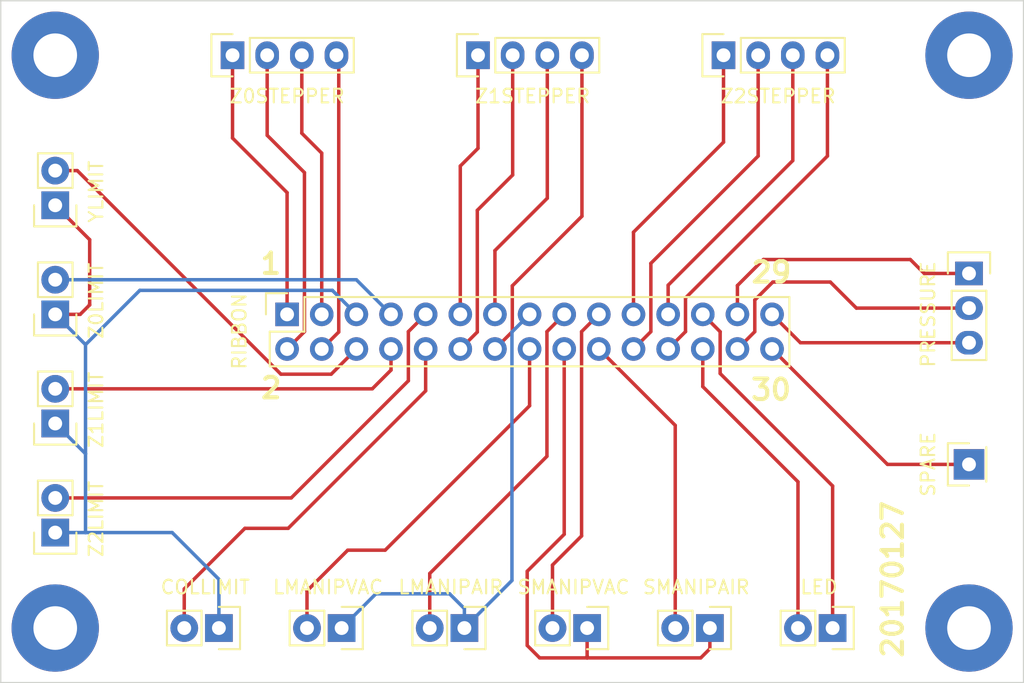
<source format=kicad_pcb>
(kicad_pcb (version 4) (host pcbnew "(2015-01-16 BZR 5376)-product")

  (general
    (links 36)
    (no_connects 0)
    (area 27.118619 37.721 107.881381 92.129)
    (thickness 1.6)
    (drawings 9)
    (tracks 131)
    (zones 0)
    (modules 20)
    (nets 35)
  )

  (page A4)
  (layers
    (0 F.Cu signal)
    (31 B.Cu signal)
    (32 B.Adhes user)
    (33 F.Adhes user)
    (34 B.Paste user)
    (35 F.Paste user)
    (36 B.SilkS user)
    (37 F.SilkS user)
    (38 B.Mask user)
    (39 F.Mask user)
    (40 Dwgs.User user)
    (41 Cmts.User user)
    (42 Eco1.User user)
    (43 Eco2.User user)
    (44 Edge.Cuts user)
    (45 Margin user)
    (46 B.CrtYd user)
    (47 F.CrtYd user)
    (48 B.Fab user)
    (49 F.Fab user)
  )

  (setup
    (last_trace_width 0.254)
    (trace_clearance 0.254)
    (zone_clearance 0.508)
    (zone_45_only no)
    (trace_min 0.254)
    (segment_width 0.2)
    (edge_width 0.1)
    (via_size 0.889)
    (via_drill 0.635)
    (via_min_size 0.889)
    (via_min_drill 0.508)
    (uvia_size 0.508)
    (uvia_drill 0.127)
    (uvias_allowed no)
    (uvia_min_size 0.508)
    (uvia_min_drill 0.127)
    (pcb_text_width 0.3)
    (pcb_text_size 1.5 1.5)
    (mod_edge_width 0.15)
    (mod_text_size 1 1)
    (mod_text_width 0.15)
    (pad_size 1.5 1.5)
    (pad_drill 0.6)
    (pad_to_mask_clearance 0)
    (aux_axis_origin 0 0)
    (visible_elements 7FFFFF7F)
    (pcbplotparams
      (layerselection 0x00030_80000001)
      (usegerberextensions false)
      (excludeedgelayer true)
      (linewidth 0.100000)
      (plotframeref false)
      (viasonmask false)
      (mode 1)
      (useauxorigin false)
      (hpglpennumber 1)
      (hpglpenspeed 20)
      (hpglpendiameter 15)
      (hpglpenoverlay 2)
      (psnegative false)
      (psa4output false)
      (plotreference true)
      (plotvalue true)
      (plotinvisibletext false)
      (padsonsilk false)
      (subtractmaskfromsilk false)
      (outputformat 1)
      (mirror false)
      (drillshape 1)
      (scaleselection 1)
      (outputdirectory ""))
  )

  (net 0 "")
  (net 1 /SwitchGrounds)
  (net 2 /YLimit)
  (net 3 /Z0Stepper0)
  (net 4 /Z0Stepper1)
  (net 5 /Z0Stepper2)
  (net 6 /Z0Stepper3)
  (net 7 /LManipGrounds)
  (net 8 /LManipVac)
  (net 9 /Z0Limit)
  (net 10 /Z1Limit)
  (net 11 /Z2Limit)
  (net 12 /CollisionLimit)
  (net 13 /Z1Stepper0)
  (net 14 /Z1Stepper1)
  (net 15 /Z1Stepper2)
  (net 16 /Z1Stepper3)
  (net 17 /LManipAir)
  (net 18 /SManipGrounds)
  (net 19 /SManipVac)
  (net 20 /SManipAir)
  (net 21 /Z2Stepper0)
  (net 22 /Z2Stepper1)
  (net 23 /Z2Stepper2)
  (net 24 /Z2Stepper3)
  (net 25 /LEDGND)
  (net 26 /LEDVCC)
  (net 27 /PressureGND)
  (net 28 /PressureVCC)
  (net 29 /PressureSignal)
  (net 30 "Net-(P14-Pad1)")
  (net 31 "Net-(P17-Pad1)")
  (net 32 "Net-(P18-Pad1)")
  (net 33 "Net-(P19-Pad1)")
  (net 34 "Net-(P20-Pad1)")

  (net_class Default "This is the default net class."
    (clearance 0.254)
    (trace_width 0.254)
    (via_dia 0.889)
    (via_drill 0.635)
    (uvia_dia 0.508)
    (uvia_drill 0.127)
    (add_net /CollisionLimit)
    (add_net /LEDGND)
    (add_net /LEDVCC)
    (add_net /LManipAir)
    (add_net /LManipGrounds)
    (add_net /LManipVac)
    (add_net /PressureGND)
    (add_net /PressureSignal)
    (add_net /PressureVCC)
    (add_net /SManipAir)
    (add_net /SManipGrounds)
    (add_net /SManipVac)
    (add_net /SwitchGrounds)
    (add_net /YLimit)
    (add_net /Z0Limit)
    (add_net /Z0Stepper0)
    (add_net /Z0Stepper1)
    (add_net /Z0Stepper2)
    (add_net /Z0Stepper3)
    (add_net /Z1Limit)
    (add_net /Z1Stepper0)
    (add_net /Z1Stepper1)
    (add_net /Z1Stepper2)
    (add_net /Z1Stepper3)
    (add_net /Z2Limit)
    (add_net /Z2Stepper0)
    (add_net /Z2Stepper1)
    (add_net /Z2Stepper2)
    (add_net /Z2Stepper3)
    (add_net "Net-(P14-Pad1)")
    (add_net "Net-(P17-Pad1)")
    (add_net "Net-(P18-Pad1)")
    (add_net "Net-(P19-Pad1)")
    (add_net "Net-(P20-Pad1)")
  )

  (module Socket_Strips:Socket_Strip_Straight_1x02 (layer F.Cu) (tedit 588BD847) (tstamp 588BCE4C)
    (at 34 55 90)
    (descr "Through hole socket strip")
    (tags "socket strip")
    (path /588BCD0D)
    (fp_text reference P1 (at 0 -5.1 90) (layer F.SilkS) hide
      (effects (font (size 1 1) (thickness 0.15)))
    )
    (fp_text value YLIMIT (at 1 3 90) (layer F.SilkS)
      (effects (font (size 1 1) (thickness 0.15)))
    )
    (fp_line (start -1.55 1.55) (end 0 1.55) (layer F.SilkS) (width 0.15))
    (fp_line (start 3.81 1.27) (end 1.27 1.27) (layer F.SilkS) (width 0.15))
    (fp_line (start -1.75 -1.75) (end -1.75 1.75) (layer F.CrtYd) (width 0.05))
    (fp_line (start 4.3 -1.75) (end 4.3 1.75) (layer F.CrtYd) (width 0.05))
    (fp_line (start -1.75 -1.75) (end 4.3 -1.75) (layer F.CrtYd) (width 0.05))
    (fp_line (start -1.75 1.75) (end 4.3 1.75) (layer F.CrtYd) (width 0.05))
    (fp_line (start 1.27 1.27) (end 1.27 -1.27) (layer F.SilkS) (width 0.15))
    (fp_line (start 0 -1.55) (end -1.55 -1.55) (layer F.SilkS) (width 0.15))
    (fp_line (start -1.55 -1.55) (end -1.55 1.55) (layer F.SilkS) (width 0.15))
    (fp_line (start 1.27 -1.27) (end 3.81 -1.27) (layer F.SilkS) (width 0.15))
    (fp_line (start 3.81 -1.27) (end 3.81 1.27) (layer F.SilkS) (width 0.15))
    (pad 1 thru_hole rect (at 0 0 90) (size 2.032 2.032) (drill 1.016) (layers *.Cu *.Mask)
      (net 1 /SwitchGrounds))
    (pad 2 thru_hole oval (at 2.54 0 90) (size 2.032 2.032) (drill 1.016) (layers *.Cu *.Mask)
      (net 2 /YLimit))
    (model Socket_Strips.3dshapes/Socket_Strip_Straight_1x02.wrl
      (at (xyz 0.05 0 0))
      (scale (xyz 1 1 1))
      (rotate (xyz 0 0 180))
    )
  )

  (module Socket_Strips:Socket_Strip_Straight_1x04 (layer F.Cu) (tedit 588BD80B) (tstamp 588BCE54)
    (at 47 44)
    (descr "Through hole socket strip")
    (tags "socket strip")
    (path /588BCB50)
    (fp_text reference P2 (at 0 -5.1) (layer F.SilkS) hide
      (effects (font (size 1 1) (thickness 0.15)))
    )
    (fp_text value Z0STEPPER (at 4 3) (layer F.SilkS)
      (effects (font (size 1 1) (thickness 0.15)))
    )
    (fp_line (start -1.75 -1.75) (end -1.75 1.75) (layer F.CrtYd) (width 0.05))
    (fp_line (start 9.4 -1.75) (end 9.4 1.75) (layer F.CrtYd) (width 0.05))
    (fp_line (start -1.75 -1.75) (end 9.4 -1.75) (layer F.CrtYd) (width 0.05))
    (fp_line (start -1.75 1.75) (end 9.4 1.75) (layer F.CrtYd) (width 0.05))
    (fp_line (start 1.27 -1.27) (end 8.89 -1.27) (layer F.SilkS) (width 0.15))
    (fp_line (start 1.27 1.27) (end 8.89 1.27) (layer F.SilkS) (width 0.15))
    (fp_line (start -1.55 1.55) (end 0 1.55) (layer F.SilkS) (width 0.15))
    (fp_line (start 8.89 -1.27) (end 8.89 1.27) (layer F.SilkS) (width 0.15))
    (fp_line (start 1.27 1.27) (end 1.27 -1.27) (layer F.SilkS) (width 0.15))
    (fp_line (start 0 -1.55) (end -1.55 -1.55) (layer F.SilkS) (width 0.15))
    (fp_line (start -1.55 -1.55) (end -1.55 1.55) (layer F.SilkS) (width 0.15))
    (pad 1 thru_hole rect (at 0 0) (size 1.7272 2.032) (drill 1.016) (layers *.Cu *.Mask)
      (net 3 /Z0Stepper0))
    (pad 2 thru_hole oval (at 2.54 0) (size 1.7272 2.032) (drill 1.016) (layers *.Cu *.Mask)
      (net 4 /Z0Stepper1))
    (pad 3 thru_hole oval (at 5.08 0) (size 1.7272 2.032) (drill 1.016) (layers *.Cu *.Mask)
      (net 5 /Z0Stepper2))
    (pad 4 thru_hole oval (at 7.62 0) (size 1.7272 2.032) (drill 1.016) (layers *.Cu *.Mask)
      (net 6 /Z0Stepper3))
    (model Socket_Strips.3dshapes/Socket_Strip_Straight_1x04.wrl
      (at (xyz 0.15 0 0))
      (scale (xyz 1 1 1))
      (rotate (xyz 0 0 180))
    )
  )

  (module Socket_Strips:Socket_Strip_Straight_1x02 (layer F.Cu) (tedit 588BD833) (tstamp 588BD08F)
    (at 55 86 180)
    (descr "Through hole socket strip")
    (tags "socket strip")
    (path /588BD66A)
    (fp_text reference P3 (at 0 -5.1 180) (layer F.SilkS) hide
      (effects (font (size 1 1) (thickness 0.15)))
    )
    (fp_text value LMANIPVAC (at 1 3 180) (layer F.SilkS)
      (effects (font (size 1 1) (thickness 0.15)))
    )
    (fp_line (start -1.55 1.55) (end 0 1.55) (layer F.SilkS) (width 0.15))
    (fp_line (start 3.81 1.27) (end 1.27 1.27) (layer F.SilkS) (width 0.15))
    (fp_line (start -1.75 -1.75) (end -1.75 1.75) (layer F.CrtYd) (width 0.05))
    (fp_line (start 4.3 -1.75) (end 4.3 1.75) (layer F.CrtYd) (width 0.05))
    (fp_line (start -1.75 -1.75) (end 4.3 -1.75) (layer F.CrtYd) (width 0.05))
    (fp_line (start -1.75 1.75) (end 4.3 1.75) (layer F.CrtYd) (width 0.05))
    (fp_line (start 1.27 1.27) (end 1.27 -1.27) (layer F.SilkS) (width 0.15))
    (fp_line (start 0 -1.55) (end -1.55 -1.55) (layer F.SilkS) (width 0.15))
    (fp_line (start -1.55 -1.55) (end -1.55 1.55) (layer F.SilkS) (width 0.15))
    (fp_line (start 1.27 -1.27) (end 3.81 -1.27) (layer F.SilkS) (width 0.15))
    (fp_line (start 3.81 -1.27) (end 3.81 1.27) (layer F.SilkS) (width 0.15))
    (pad 1 thru_hole rect (at 0 0 180) (size 2.032 2.032) (drill 1.016) (layers *.Cu *.Mask)
      (net 7 /LManipGrounds))
    (pad 2 thru_hole oval (at 2.54 0 180) (size 2.032 2.032) (drill 1.016) (layers *.Cu *.Mask)
      (net 8 /LManipVac))
    (model Socket_Strips.3dshapes/Socket_Strip_Straight_1x02.wrl
      (at (xyz 0.05 0 0))
      (scale (xyz 1 1 1))
      (rotate (xyz 0 0 180))
    )
  )

  (module Socket_Strips:Socket_Strip_Straight_1x02 (layer F.Cu) (tedit 588BD84A) (tstamp 588BCE60)
    (at 34 63 90)
    (descr "Through hole socket strip")
    (tags "socket strip")
    (path /588BCE8C)
    (fp_text reference P4 (at 0 -5.1 90) (layer F.SilkS) hide
      (effects (font (size 1 1) (thickness 0.15)))
    )
    (fp_text value Z0LIMIT (at 1 3 90) (layer F.SilkS)
      (effects (font (size 1 1) (thickness 0.15)))
    )
    (fp_line (start -1.55 1.55) (end 0 1.55) (layer F.SilkS) (width 0.15))
    (fp_line (start 3.81 1.27) (end 1.27 1.27) (layer F.SilkS) (width 0.15))
    (fp_line (start -1.75 -1.75) (end -1.75 1.75) (layer F.CrtYd) (width 0.05))
    (fp_line (start 4.3 -1.75) (end 4.3 1.75) (layer F.CrtYd) (width 0.05))
    (fp_line (start -1.75 -1.75) (end 4.3 -1.75) (layer F.CrtYd) (width 0.05))
    (fp_line (start -1.75 1.75) (end 4.3 1.75) (layer F.CrtYd) (width 0.05))
    (fp_line (start 1.27 1.27) (end 1.27 -1.27) (layer F.SilkS) (width 0.15))
    (fp_line (start 0 -1.55) (end -1.55 -1.55) (layer F.SilkS) (width 0.15))
    (fp_line (start -1.55 -1.55) (end -1.55 1.55) (layer F.SilkS) (width 0.15))
    (fp_line (start 1.27 -1.27) (end 3.81 -1.27) (layer F.SilkS) (width 0.15))
    (fp_line (start 3.81 -1.27) (end 3.81 1.27) (layer F.SilkS) (width 0.15))
    (pad 1 thru_hole rect (at 0 0 90) (size 2.032 2.032) (drill 1.016) (layers *.Cu *.Mask)
      (net 1 /SwitchGrounds))
    (pad 2 thru_hole oval (at 2.54 0 90) (size 2.032 2.032) (drill 1.016) (layers *.Cu *.Mask)
      (net 9 /Z0Limit))
    (model Socket_Strips.3dshapes/Socket_Strip_Straight_1x02.wrl
      (at (xyz 0.05 0 0))
      (scale (xyz 1 1 1))
      (rotate (xyz 0 0 180))
    )
  )

  (module Socket_Strips:Socket_Strip_Straight_2x15 (layer F.Cu) (tedit 588BD844) (tstamp 588BCE82)
    (at 51 63)
    (descr "Through hole socket strip")
    (tags "socket strip")
    (path /588BC35E)
    (fp_text reference P5 (at 0 -5.1) (layer F.SilkS) hide
      (effects (font (size 1 1) (thickness 0.15)))
    )
    (fp_text value RIBBON (at -3.5 1.25 90) (layer F.SilkS)
      (effects (font (size 1 1) (thickness 0.15)))
    )
    (fp_line (start -1.75 -1.75) (end -1.75 4.3) (layer F.CrtYd) (width 0.05))
    (fp_line (start 37.35 -1.75) (end 37.35 4.3) (layer F.CrtYd) (width 0.05))
    (fp_line (start -1.75 -1.75) (end 37.35 -1.75) (layer F.CrtYd) (width 0.05))
    (fp_line (start -1.75 4.3) (end 37.35 4.3) (layer F.CrtYd) (width 0.05))
    (fp_line (start 36.83 3.81) (end -1.27 3.81) (layer F.SilkS) (width 0.15))
    (fp_line (start 1.27 -1.27) (end 36.83 -1.27) (layer F.SilkS) (width 0.15))
    (fp_line (start 36.83 3.81) (end 36.83 -1.27) (layer F.SilkS) (width 0.15))
    (fp_line (start -1.27 3.81) (end -1.27 1.27) (layer F.SilkS) (width 0.15))
    (fp_line (start 0 -1.55) (end -1.55 -1.55) (layer F.SilkS) (width 0.15))
    (fp_line (start -1.27 1.27) (end 1.27 1.27) (layer F.SilkS) (width 0.15))
    (fp_line (start 1.27 1.27) (end 1.27 -1.27) (layer F.SilkS) (width 0.15))
    (fp_line (start -1.55 -1.55) (end -1.55 0) (layer F.SilkS) (width 0.15))
    (pad 1 thru_hole rect (at 0 0) (size 1.7272 1.7272) (drill 1.016) (layers *.Cu *.Mask)
      (net 3 /Z0Stepper0))
    (pad 2 thru_hole oval (at 0 2.54) (size 1.7272 1.7272) (drill 1.016) (layers *.Cu *.Mask)
      (net 4 /Z0Stepper1))
    (pad 3 thru_hole oval (at 2.54 0) (size 1.7272 1.7272) (drill 1.016) (layers *.Cu *.Mask)
      (net 5 /Z0Stepper2))
    (pad 4 thru_hole oval (at 2.54 2.54) (size 1.7272 1.7272) (drill 1.016) (layers *.Cu *.Mask)
      (net 6 /Z0Stepper3))
    (pad 5 thru_hole oval (at 5.08 0) (size 1.7272 1.7272) (drill 1.016) (layers *.Cu *.Mask)
      (net 1 /SwitchGrounds))
    (pad 6 thru_hole oval (at 5.08 2.54) (size 1.7272 1.7272) (drill 1.016) (layers *.Cu *.Mask)
      (net 2 /YLimit))
    (pad 7 thru_hole oval (at 7.62 0) (size 1.7272 1.7272) (drill 1.016) (layers *.Cu *.Mask)
      (net 9 /Z0Limit))
    (pad 8 thru_hole oval (at 7.62 2.54) (size 1.7272 1.7272) (drill 1.016) (layers *.Cu *.Mask)
      (net 10 /Z1Limit))
    (pad 9 thru_hole oval (at 10.16 0) (size 1.7272 1.7272) (drill 1.016) (layers *.Cu *.Mask)
      (net 11 /Z2Limit))
    (pad 10 thru_hole oval (at 10.16 2.54) (size 1.7272 1.7272) (drill 1.016) (layers *.Cu *.Mask)
      (net 12 /CollisionLimit))
    (pad 11 thru_hole oval (at 12.7 0) (size 1.7272 1.7272) (drill 1.016) (layers *.Cu *.Mask)
      (net 13 /Z1Stepper0))
    (pad 12 thru_hole oval (at 12.7 2.54) (size 1.7272 1.7272) (drill 1.016) (layers *.Cu *.Mask)
      (net 14 /Z1Stepper1))
    (pad 13 thru_hole oval (at 15.24 0) (size 1.7272 1.7272) (drill 1.016) (layers *.Cu *.Mask)
      (net 15 /Z1Stepper2))
    (pad 14 thru_hole oval (at 15.24 2.54) (size 1.7272 1.7272) (drill 1.016) (layers *.Cu *.Mask)
      (net 16 /Z1Stepper3))
    (pad 15 thru_hole oval (at 17.78 0) (size 1.7272 1.7272) (drill 1.016) (layers *.Cu *.Mask)
      (net 7 /LManipGrounds))
    (pad 16 thru_hole oval (at 17.78 2.54) (size 1.7272 1.7272) (drill 1.016) (layers *.Cu *.Mask)
      (net 8 /LManipVac))
    (pad 17 thru_hole oval (at 20.32 0) (size 1.7272 1.7272) (drill 1.016) (layers *.Cu *.Mask)
      (net 17 /LManipAir))
    (pad 18 thru_hole oval (at 20.32 2.54) (size 1.7272 1.7272) (drill 1.016) (layers *.Cu *.Mask)
      (net 18 /SManipGrounds))
    (pad 19 thru_hole oval (at 22.86 0) (size 1.7272 1.7272) (drill 1.016) (layers *.Cu *.Mask)
      (net 19 /SManipVac))
    (pad 20 thru_hole oval (at 22.86 2.54) (size 1.7272 1.7272) (drill 1.016) (layers *.Cu *.Mask)
      (net 20 /SManipAir))
    (pad 21 thru_hole oval (at 25.4 0) (size 1.7272 1.7272) (drill 1.016) (layers *.Cu *.Mask)
      (net 21 /Z2Stepper0))
    (pad 22 thru_hole oval (at 25.4 2.54) (size 1.7272 1.7272) (drill 1.016) (layers *.Cu *.Mask)
      (net 22 /Z2Stepper1))
    (pad 23 thru_hole oval (at 27.94 0) (size 1.7272 1.7272) (drill 1.016) (layers *.Cu *.Mask)
      (net 23 /Z2Stepper2))
    (pad 24 thru_hole oval (at 27.94 2.54) (size 1.7272 1.7272) (drill 1.016) (layers *.Cu *.Mask)
      (net 24 /Z2Stepper3))
    (pad 25 thru_hole oval (at 30.48 0) (size 1.7272 1.7272) (drill 1.016) (layers *.Cu *.Mask)
      (net 25 /LEDGND))
    (pad 26 thru_hole oval (at 30.48 2.54) (size 1.7272 1.7272) (drill 1.016) (layers *.Cu *.Mask)
      (net 26 /LEDVCC))
    (pad 27 thru_hole oval (at 33.02 0) (size 1.7272 1.7272) (drill 1.016) (layers *.Cu *.Mask)
      (net 27 /PressureGND))
    (pad 28 thru_hole oval (at 33.02 2.54) (size 1.7272 1.7272) (drill 1.016) (layers *.Cu *.Mask)
      (net 28 /PressureVCC))
    (pad 29 thru_hole oval (at 35.56 0) (size 1.7272 1.7272) (drill 1.016) (layers *.Cu *.Mask)
      (net 29 /PressureSignal))
    (pad 30 thru_hole oval (at 35.56 2.54) (size 1.7272 1.7272) (drill 1.016) (layers *.Cu *.Mask)
      (net 30 "Net-(P14-Pad1)"))
    (model Socket_Strips.3dshapes/Socket_Strip_Straight_2x15.wrl
      (at (xyz 0.7 -0.05 0))
      (scale (xyz 1 1 1))
      (rotate (xyz 0 0 180))
    )
  )

  (module Socket_Strips:Socket_Strip_Straight_1x04 (layer F.Cu) (tedit 588BD80E) (tstamp 588BCE8A)
    (at 65 44)
    (descr "Through hole socket strip")
    (tags "socket strip")
    (path /588BCC52)
    (fp_text reference P6 (at 0 -5.1) (layer F.SilkS) hide
      (effects (font (size 1 1) (thickness 0.15)))
    )
    (fp_text value Z1STEPPER (at 4 3) (layer F.SilkS)
      (effects (font (size 1 1) (thickness 0.15)))
    )
    (fp_line (start -1.75 -1.75) (end -1.75 1.75) (layer F.CrtYd) (width 0.05))
    (fp_line (start 9.4 -1.75) (end 9.4 1.75) (layer F.CrtYd) (width 0.05))
    (fp_line (start -1.75 -1.75) (end 9.4 -1.75) (layer F.CrtYd) (width 0.05))
    (fp_line (start -1.75 1.75) (end 9.4 1.75) (layer F.CrtYd) (width 0.05))
    (fp_line (start 1.27 -1.27) (end 8.89 -1.27) (layer F.SilkS) (width 0.15))
    (fp_line (start 1.27 1.27) (end 8.89 1.27) (layer F.SilkS) (width 0.15))
    (fp_line (start -1.55 1.55) (end 0 1.55) (layer F.SilkS) (width 0.15))
    (fp_line (start 8.89 -1.27) (end 8.89 1.27) (layer F.SilkS) (width 0.15))
    (fp_line (start 1.27 1.27) (end 1.27 -1.27) (layer F.SilkS) (width 0.15))
    (fp_line (start 0 -1.55) (end -1.55 -1.55) (layer F.SilkS) (width 0.15))
    (fp_line (start -1.55 -1.55) (end -1.55 1.55) (layer F.SilkS) (width 0.15))
    (pad 1 thru_hole rect (at 0 0) (size 1.7272 2.032) (drill 1.016) (layers *.Cu *.Mask)
      (net 13 /Z1Stepper0))
    (pad 2 thru_hole oval (at 2.54 0) (size 1.7272 2.032) (drill 1.016) (layers *.Cu *.Mask)
      (net 14 /Z1Stepper1))
    (pad 3 thru_hole oval (at 5.08 0) (size 1.7272 2.032) (drill 1.016) (layers *.Cu *.Mask)
      (net 15 /Z1Stepper2))
    (pad 4 thru_hole oval (at 7.62 0) (size 1.7272 2.032) (drill 1.016) (layers *.Cu *.Mask)
      (net 16 /Z1Stepper3))
    (model Socket_Strips.3dshapes/Socket_Strip_Straight_1x04.wrl
      (at (xyz 0.15 0 0))
      (scale (xyz 1 1 1))
      (rotate (xyz 0 0 180))
    )
  )

  (module Socket_Strips:Socket_Strip_Straight_1x02 (layer F.Cu) (tedit 588BD827) (tstamp 588BCE90)
    (at 91 86 180)
    (descr "Through hole socket strip")
    (tags "socket strip")
    (path /588BD957)
    (fp_text reference P7 (at 0 -5.1 180) (layer F.SilkS) hide
      (effects (font (size 1 1) (thickness 0.15)))
    )
    (fp_text value LED (at 1 3 180) (layer F.SilkS)
      (effects (font (size 1 1) (thickness 0.15)))
    )
    (fp_line (start -1.55 1.55) (end 0 1.55) (layer F.SilkS) (width 0.15))
    (fp_line (start 3.81 1.27) (end 1.27 1.27) (layer F.SilkS) (width 0.15))
    (fp_line (start -1.75 -1.75) (end -1.75 1.75) (layer F.CrtYd) (width 0.05))
    (fp_line (start 4.3 -1.75) (end 4.3 1.75) (layer F.CrtYd) (width 0.05))
    (fp_line (start -1.75 -1.75) (end 4.3 -1.75) (layer F.CrtYd) (width 0.05))
    (fp_line (start -1.75 1.75) (end 4.3 1.75) (layer F.CrtYd) (width 0.05))
    (fp_line (start 1.27 1.27) (end 1.27 -1.27) (layer F.SilkS) (width 0.15))
    (fp_line (start 0 -1.55) (end -1.55 -1.55) (layer F.SilkS) (width 0.15))
    (fp_line (start -1.55 -1.55) (end -1.55 1.55) (layer F.SilkS) (width 0.15))
    (fp_line (start 1.27 -1.27) (end 3.81 -1.27) (layer F.SilkS) (width 0.15))
    (fp_line (start 3.81 -1.27) (end 3.81 1.27) (layer F.SilkS) (width 0.15))
    (pad 1 thru_hole rect (at 0 0 180) (size 2.032 2.032) (drill 1.016) (layers *.Cu *.Mask)
      (net 25 /LEDGND))
    (pad 2 thru_hole oval (at 2.54 0 180) (size 2.032 2.032) (drill 1.016) (layers *.Cu *.Mask)
      (net 26 /LEDVCC))
    (model Socket_Strips.3dshapes/Socket_Strip_Straight_1x02.wrl
      (at (xyz 0.05 0 0))
      (scale (xyz 1 1 1))
      (rotate (xyz 0 0 180))
    )
  )

  (module Socket_Strips:Socket_Strip_Straight_1x02 (layer F.Cu) (tedit 588BD831) (tstamp 588BD088)
    (at 64 86 180)
    (descr "Through hole socket strip")
    (tags "socket strip")
    (path /588BD6ED)
    (fp_text reference P8 (at 0 -5.1 180) (layer F.SilkS) hide
      (effects (font (size 1 1) (thickness 0.15)))
    )
    (fp_text value LMANIPAIR (at 1 3 180) (layer F.SilkS)
      (effects (font (size 1 1) (thickness 0.15)))
    )
    (fp_line (start -1.55 1.55) (end 0 1.55) (layer F.SilkS) (width 0.15))
    (fp_line (start 3.81 1.27) (end 1.27 1.27) (layer F.SilkS) (width 0.15))
    (fp_line (start -1.75 -1.75) (end -1.75 1.75) (layer F.CrtYd) (width 0.05))
    (fp_line (start 4.3 -1.75) (end 4.3 1.75) (layer F.CrtYd) (width 0.05))
    (fp_line (start -1.75 -1.75) (end 4.3 -1.75) (layer F.CrtYd) (width 0.05))
    (fp_line (start -1.75 1.75) (end 4.3 1.75) (layer F.CrtYd) (width 0.05))
    (fp_line (start 1.27 1.27) (end 1.27 -1.27) (layer F.SilkS) (width 0.15))
    (fp_line (start 0 -1.55) (end -1.55 -1.55) (layer F.SilkS) (width 0.15))
    (fp_line (start -1.55 -1.55) (end -1.55 1.55) (layer F.SilkS) (width 0.15))
    (fp_line (start 1.27 -1.27) (end 3.81 -1.27) (layer F.SilkS) (width 0.15))
    (fp_line (start 3.81 -1.27) (end 3.81 1.27) (layer F.SilkS) (width 0.15))
    (pad 1 thru_hole rect (at 0 0 180) (size 2.032 2.032) (drill 1.016) (layers *.Cu *.Mask)
      (net 7 /LManipGrounds))
    (pad 2 thru_hole oval (at 2.54 0 180) (size 2.032 2.032) (drill 1.016) (layers *.Cu *.Mask)
      (net 17 /LManipAir))
    (model Socket_Strips.3dshapes/Socket_Strip_Straight_1x02.wrl
      (at (xyz 0.05 0 0))
      (scale (xyz 1 1 1))
      (rotate (xyz 0 0 180))
    )
  )

  (module Socket_Strips:Socket_Strip_Straight_1x02 (layer F.Cu) (tedit 588BD84E) (tstamp 588BCE9C)
    (at 34 71 90)
    (descr "Through hole socket strip")
    (tags "socket strip")
    (path /588BCEBA)
    (fp_text reference P9 (at 0 -5.1 90) (layer F.SilkS) hide
      (effects (font (size 1 1) (thickness 0.15)))
    )
    (fp_text value Z1LIMIT (at 1 3 90) (layer F.SilkS)
      (effects (font (size 1 1) (thickness 0.15)))
    )
    (fp_line (start -1.55 1.55) (end 0 1.55) (layer F.SilkS) (width 0.15))
    (fp_line (start 3.81 1.27) (end 1.27 1.27) (layer F.SilkS) (width 0.15))
    (fp_line (start -1.75 -1.75) (end -1.75 1.75) (layer F.CrtYd) (width 0.05))
    (fp_line (start 4.3 -1.75) (end 4.3 1.75) (layer F.CrtYd) (width 0.05))
    (fp_line (start -1.75 -1.75) (end 4.3 -1.75) (layer F.CrtYd) (width 0.05))
    (fp_line (start -1.75 1.75) (end 4.3 1.75) (layer F.CrtYd) (width 0.05))
    (fp_line (start 1.27 1.27) (end 1.27 -1.27) (layer F.SilkS) (width 0.15))
    (fp_line (start 0 -1.55) (end -1.55 -1.55) (layer F.SilkS) (width 0.15))
    (fp_line (start -1.55 -1.55) (end -1.55 1.55) (layer F.SilkS) (width 0.15))
    (fp_line (start 1.27 -1.27) (end 3.81 -1.27) (layer F.SilkS) (width 0.15))
    (fp_line (start 3.81 -1.27) (end 3.81 1.27) (layer F.SilkS) (width 0.15))
    (pad 1 thru_hole rect (at 0 0 90) (size 2.032 2.032) (drill 1.016) (layers *.Cu *.Mask)
      (net 1 /SwitchGrounds))
    (pad 2 thru_hole oval (at 2.54 0 90) (size 2.032 2.032) (drill 1.016) (layers *.Cu *.Mask)
      (net 10 /Z1Limit))
    (model Socket_Strips.3dshapes/Socket_Strip_Straight_1x02.wrl
      (at (xyz 0.05 0 0))
      (scale (xyz 1 1 1))
      (rotate (xyz 0 0 180))
    )
  )

  (module Socket_Strips:Socket_Strip_Straight_1x02 (layer F.Cu) (tedit 588BD82E) (tstamp 588BD081)
    (at 73 86 180)
    (descr "Through hole socket strip")
    (tags "socket strip")
    (path /588BD71C)
    (fp_text reference P10 (at 0 -5.1 180) (layer F.SilkS) hide
      (effects (font (size 1 1) (thickness 0.15)))
    )
    (fp_text value SMANIPVAC (at 1 3 180) (layer F.SilkS)
      (effects (font (size 1 1) (thickness 0.15)))
    )
    (fp_line (start -1.55 1.55) (end 0 1.55) (layer F.SilkS) (width 0.15))
    (fp_line (start 3.81 1.27) (end 1.27 1.27) (layer F.SilkS) (width 0.15))
    (fp_line (start -1.75 -1.75) (end -1.75 1.75) (layer F.CrtYd) (width 0.05))
    (fp_line (start 4.3 -1.75) (end 4.3 1.75) (layer F.CrtYd) (width 0.05))
    (fp_line (start -1.75 -1.75) (end 4.3 -1.75) (layer F.CrtYd) (width 0.05))
    (fp_line (start -1.75 1.75) (end 4.3 1.75) (layer F.CrtYd) (width 0.05))
    (fp_line (start 1.27 1.27) (end 1.27 -1.27) (layer F.SilkS) (width 0.15))
    (fp_line (start 0 -1.55) (end -1.55 -1.55) (layer F.SilkS) (width 0.15))
    (fp_line (start -1.55 -1.55) (end -1.55 1.55) (layer F.SilkS) (width 0.15))
    (fp_line (start 1.27 -1.27) (end 3.81 -1.27) (layer F.SilkS) (width 0.15))
    (fp_line (start 3.81 -1.27) (end 3.81 1.27) (layer F.SilkS) (width 0.15))
    (pad 1 thru_hole rect (at 0 0 180) (size 2.032 2.032) (drill 1.016) (layers *.Cu *.Mask)
      (net 18 /SManipGrounds))
    (pad 2 thru_hole oval (at 2.54 0 180) (size 2.032 2.032) (drill 1.016) (layers *.Cu *.Mask)
      (net 19 /SManipVac))
    (model Socket_Strips.3dshapes/Socket_Strip_Straight_1x02.wrl
      (at (xyz 0.05 0 0))
      (scale (xyz 1 1 1))
      (rotate (xyz 0 0 180))
    )
  )

  (module Socket_Strips:Socket_Strip_Straight_1x03 (layer F.Cu) (tedit 588BD820) (tstamp 588BCEA9)
    (at 101 60 270)
    (descr "Through hole socket strip")
    (tags "socket strip")
    (path /588BDA2E)
    (fp_text reference P11 (at 0 -5.1 270) (layer F.SilkS) hide
      (effects (font (size 1 1) (thickness 0.15)))
    )
    (fp_text value PRESSURE (at 3 3 270) (layer F.SilkS)
      (effects (font (size 1 1) (thickness 0.15)))
    )
    (fp_line (start 0 -1.55) (end -1.55 -1.55) (layer F.SilkS) (width 0.15))
    (fp_line (start -1.55 -1.55) (end -1.55 1.55) (layer F.SilkS) (width 0.15))
    (fp_line (start -1.55 1.55) (end 0 1.55) (layer F.SilkS) (width 0.15))
    (fp_line (start -1.75 -1.75) (end -1.75 1.75) (layer F.CrtYd) (width 0.05))
    (fp_line (start 6.85 -1.75) (end 6.85 1.75) (layer F.CrtYd) (width 0.05))
    (fp_line (start -1.75 -1.75) (end 6.85 -1.75) (layer F.CrtYd) (width 0.05))
    (fp_line (start -1.75 1.75) (end 6.85 1.75) (layer F.CrtYd) (width 0.05))
    (fp_line (start 1.27 -1.27) (end 6.35 -1.27) (layer F.SilkS) (width 0.15))
    (fp_line (start 6.35 -1.27) (end 6.35 1.27) (layer F.SilkS) (width 0.15))
    (fp_line (start 6.35 1.27) (end 1.27 1.27) (layer F.SilkS) (width 0.15))
    (fp_line (start 1.27 1.27) (end 1.27 -1.27) (layer F.SilkS) (width 0.15))
    (pad 1 thru_hole rect (at 0 0 270) (size 1.7272 2.032) (drill 1.016) (layers *.Cu *.Mask)
      (net 27 /PressureGND))
    (pad 2 thru_hole oval (at 2.54 0 270) (size 1.7272 2.032) (drill 1.016) (layers *.Cu *.Mask)
      (net 28 /PressureVCC))
    (pad 3 thru_hole oval (at 5.08 0 270) (size 1.7272 2.032) (drill 1.016) (layers *.Cu *.Mask)
      (net 29 /PressureSignal))
    (model Socket_Strips.3dshapes/Socket_Strip_Straight_1x03.wrl
      (at (xyz 0.1 0 0))
      (scale (xyz 1 1 1))
      (rotate (xyz 0 0 180))
    )
  )

  (module Socket_Strips:Socket_Strip_Straight_1x04 (layer F.Cu) (tedit 588BD812) (tstamp 588BCEB1)
    (at 83 44)
    (descr "Through hole socket strip")
    (tags "socket strip")
    (path /588BCC85)
    (fp_text reference P12 (at 0 -5.1) (layer F.SilkS) hide
      (effects (font (size 1 1) (thickness 0.15)))
    )
    (fp_text value Z2STEPPER (at 4 3) (layer F.SilkS)
      (effects (font (size 1 1) (thickness 0.15)))
    )
    (fp_line (start -1.75 -1.75) (end -1.75 1.75) (layer F.CrtYd) (width 0.05))
    (fp_line (start 9.4 -1.75) (end 9.4 1.75) (layer F.CrtYd) (width 0.05))
    (fp_line (start -1.75 -1.75) (end 9.4 -1.75) (layer F.CrtYd) (width 0.05))
    (fp_line (start -1.75 1.75) (end 9.4 1.75) (layer F.CrtYd) (width 0.05))
    (fp_line (start 1.27 -1.27) (end 8.89 -1.27) (layer F.SilkS) (width 0.15))
    (fp_line (start 1.27 1.27) (end 8.89 1.27) (layer F.SilkS) (width 0.15))
    (fp_line (start -1.55 1.55) (end 0 1.55) (layer F.SilkS) (width 0.15))
    (fp_line (start 8.89 -1.27) (end 8.89 1.27) (layer F.SilkS) (width 0.15))
    (fp_line (start 1.27 1.27) (end 1.27 -1.27) (layer F.SilkS) (width 0.15))
    (fp_line (start 0 -1.55) (end -1.55 -1.55) (layer F.SilkS) (width 0.15))
    (fp_line (start -1.55 -1.55) (end -1.55 1.55) (layer F.SilkS) (width 0.15))
    (pad 1 thru_hole rect (at 0 0) (size 1.7272 2.032) (drill 1.016) (layers *.Cu *.Mask)
      (net 21 /Z2Stepper0))
    (pad 2 thru_hole oval (at 2.54 0) (size 1.7272 2.032) (drill 1.016) (layers *.Cu *.Mask)
      (net 22 /Z2Stepper1))
    (pad 3 thru_hole oval (at 5.08 0) (size 1.7272 2.032) (drill 1.016) (layers *.Cu *.Mask)
      (net 23 /Z2Stepper2))
    (pad 4 thru_hole oval (at 7.62 0) (size 1.7272 2.032) (drill 1.016) (layers *.Cu *.Mask)
      (net 24 /Z2Stepper3))
    (model Socket_Strips.3dshapes/Socket_Strip_Straight_1x04.wrl
      (at (xyz 0.15 0 0))
      (scale (xyz 1 1 1))
      (rotate (xyz 0 0 180))
    )
  )

  (module Socket_Strips:Socket_Strip_Straight_1x02 (layer F.Cu) (tedit 588BD852) (tstamp 588BCEB7)
    (at 34 79 90)
    (descr "Through hole socket strip")
    (tags "socket strip")
    (path /588BCEE9)
    (fp_text reference P13 (at 0 -5.1 90) (layer F.SilkS) hide
      (effects (font (size 1 1) (thickness 0.15)))
    )
    (fp_text value Z2LIMIT (at 1 3 90) (layer F.SilkS)
      (effects (font (size 1 1) (thickness 0.15)))
    )
    (fp_line (start -1.55 1.55) (end 0 1.55) (layer F.SilkS) (width 0.15))
    (fp_line (start 3.81 1.27) (end 1.27 1.27) (layer F.SilkS) (width 0.15))
    (fp_line (start -1.75 -1.75) (end -1.75 1.75) (layer F.CrtYd) (width 0.05))
    (fp_line (start 4.3 -1.75) (end 4.3 1.75) (layer F.CrtYd) (width 0.05))
    (fp_line (start -1.75 -1.75) (end 4.3 -1.75) (layer F.CrtYd) (width 0.05))
    (fp_line (start -1.75 1.75) (end 4.3 1.75) (layer F.CrtYd) (width 0.05))
    (fp_line (start 1.27 1.27) (end 1.27 -1.27) (layer F.SilkS) (width 0.15))
    (fp_line (start 0 -1.55) (end -1.55 -1.55) (layer F.SilkS) (width 0.15))
    (fp_line (start -1.55 -1.55) (end -1.55 1.55) (layer F.SilkS) (width 0.15))
    (fp_line (start 1.27 -1.27) (end 3.81 -1.27) (layer F.SilkS) (width 0.15))
    (fp_line (start 3.81 -1.27) (end 3.81 1.27) (layer F.SilkS) (width 0.15))
    (pad 1 thru_hole rect (at 0 0 90) (size 2.032 2.032) (drill 1.016) (layers *.Cu *.Mask)
      (net 1 /SwitchGrounds))
    (pad 2 thru_hole oval (at 2.54 0 90) (size 2.032 2.032) (drill 1.016) (layers *.Cu *.Mask)
      (net 11 /Z2Limit))
    (model Socket_Strips.3dshapes/Socket_Strip_Straight_1x02.wrl
      (at (xyz 0.05 0 0))
      (scale (xyz 1 1 1))
      (rotate (xyz 0 0 180))
    )
  )

  (module Socket_Strips:Socket_Strip_Straight_1x01 (layer F.Cu) (tedit 588BD823) (tstamp 588BCEBC)
    (at 101 74)
    (descr "Through hole socket strip")
    (tags "socket strip")
    (path /588BDD9E)
    (fp_text reference P14 (at 0 -5.1) (layer F.SilkS) hide
      (effects (font (size 1 1) (thickness 0.15)))
    )
    (fp_text value SPARE (at -3 0 90) (layer F.SilkS)
      (effects (font (size 1 1) (thickness 0.15)))
    )
    (fp_line (start -1.75 -1.75) (end -1.75 1.75) (layer F.CrtYd) (width 0.05))
    (fp_line (start 1.75 -1.75) (end 1.75 1.75) (layer F.CrtYd) (width 0.05))
    (fp_line (start -1.75 -1.75) (end 1.75 -1.75) (layer F.CrtYd) (width 0.05))
    (fp_line (start -1.75 1.75) (end 1.75 1.75) (layer F.CrtYd) (width 0.05))
    (fp_line (start 1.27 1.27) (end 1.27 -1.27) (layer F.SilkS) (width 0.15))
    (fp_line (start -1.55 -1.55) (end 0 -1.55) (layer F.SilkS) (width 0.15))
    (fp_line (start -1.55 -1.55) (end -1.55 1.55) (layer F.SilkS) (width 0.15))
    (fp_line (start -1.55 1.55) (end 0 1.55) (layer F.SilkS) (width 0.15))
    (pad 1 thru_hole rect (at 0 0) (size 2.2352 2.2352) (drill 1.016) (layers *.Cu *.Mask)
      (net 30 "Net-(P14-Pad1)"))
    (model Socket_Strips.3dshapes/Socket_Strip_Straight_1x01.wrl
      (at (xyz 0 0 0))
      (scale (xyz 1 1 1))
      (rotate (xyz 0 0 180))
    )
  )

  (module Socket_Strips:Socket_Strip_Straight_1x02 (layer F.Cu) (tedit 588BD82A) (tstamp 588BCEC2)
    (at 82 86 180)
    (descr "Through hole socket strip")
    (tags "socket strip")
    (path /588BD758)
    (fp_text reference P15 (at 0 -5.1 180) (layer F.SilkS) hide
      (effects (font (size 1 1) (thickness 0.15)))
    )
    (fp_text value SMANIPAIR (at 1 3 180) (layer F.SilkS)
      (effects (font (size 1 1) (thickness 0.15)))
    )
    (fp_line (start -1.55 1.55) (end 0 1.55) (layer F.SilkS) (width 0.15))
    (fp_line (start 3.81 1.27) (end 1.27 1.27) (layer F.SilkS) (width 0.15))
    (fp_line (start -1.75 -1.75) (end -1.75 1.75) (layer F.CrtYd) (width 0.05))
    (fp_line (start 4.3 -1.75) (end 4.3 1.75) (layer F.CrtYd) (width 0.05))
    (fp_line (start -1.75 -1.75) (end 4.3 -1.75) (layer F.CrtYd) (width 0.05))
    (fp_line (start -1.75 1.75) (end 4.3 1.75) (layer F.CrtYd) (width 0.05))
    (fp_line (start 1.27 1.27) (end 1.27 -1.27) (layer F.SilkS) (width 0.15))
    (fp_line (start 0 -1.55) (end -1.55 -1.55) (layer F.SilkS) (width 0.15))
    (fp_line (start -1.55 -1.55) (end -1.55 1.55) (layer F.SilkS) (width 0.15))
    (fp_line (start 1.27 -1.27) (end 3.81 -1.27) (layer F.SilkS) (width 0.15))
    (fp_line (start 3.81 -1.27) (end 3.81 1.27) (layer F.SilkS) (width 0.15))
    (pad 1 thru_hole rect (at 0 0 180) (size 2.032 2.032) (drill 1.016) (layers *.Cu *.Mask)
      (net 18 /SManipGrounds))
    (pad 2 thru_hole oval (at 2.54 0 180) (size 2.032 2.032) (drill 1.016) (layers *.Cu *.Mask)
      (net 20 /SManipAir))
    (model Socket_Strips.3dshapes/Socket_Strip_Straight_1x02.wrl
      (at (xyz 0.05 0 0))
      (scale (xyz 1 1 1))
      (rotate (xyz 0 0 180))
    )
  )

  (module Socket_Strips:Socket_Strip_Straight_1x02 (layer F.Cu) (tedit 588BD837) (tstamp 588BCEC8)
    (at 46 86 180)
    (descr "Through hole socket strip")
    (tags "socket strip")
    (path /588BCF19)
    (fp_text reference P16 (at 0 -5.1 180) (layer F.SilkS) hide
      (effects (font (size 1 1) (thickness 0.15)))
    )
    (fp_text value COLLIMIT (at 1 3 180) (layer F.SilkS)
      (effects (font (size 1 1) (thickness 0.15)))
    )
    (fp_line (start -1.55 1.55) (end 0 1.55) (layer F.SilkS) (width 0.15))
    (fp_line (start 3.81 1.27) (end 1.27 1.27) (layer F.SilkS) (width 0.15))
    (fp_line (start -1.75 -1.75) (end -1.75 1.75) (layer F.CrtYd) (width 0.05))
    (fp_line (start 4.3 -1.75) (end 4.3 1.75) (layer F.CrtYd) (width 0.05))
    (fp_line (start -1.75 -1.75) (end 4.3 -1.75) (layer F.CrtYd) (width 0.05))
    (fp_line (start -1.75 1.75) (end 4.3 1.75) (layer F.CrtYd) (width 0.05))
    (fp_line (start 1.27 1.27) (end 1.27 -1.27) (layer F.SilkS) (width 0.15))
    (fp_line (start 0 -1.55) (end -1.55 -1.55) (layer F.SilkS) (width 0.15))
    (fp_line (start -1.55 -1.55) (end -1.55 1.55) (layer F.SilkS) (width 0.15))
    (fp_line (start 1.27 -1.27) (end 3.81 -1.27) (layer F.SilkS) (width 0.15))
    (fp_line (start 3.81 -1.27) (end 3.81 1.27) (layer F.SilkS) (width 0.15))
    (pad 1 thru_hole rect (at 0 0 180) (size 2.032 2.032) (drill 1.016) (layers *.Cu *.Mask)
      (net 1 /SwitchGrounds))
    (pad 2 thru_hole oval (at 2.54 0 180) (size 2.032 2.032) (drill 1.016) (layers *.Cu *.Mask)
      (net 12 /CollisionLimit))
    (model Socket_Strips.3dshapes/Socket_Strip_Straight_1x02.wrl
      (at (xyz 0.05 0 0))
      (scale (xyz 1 1 1))
      (rotate (xyz 0 0 180))
    )
  )

  (module Mounting_Holes:MountingHole_3.2mm_M3_Pad (layer F.Cu) (tedit 588BCFC7) (tstamp 588BCECD)
    (at 34 44)
    (descr "Mounting Hole 3.2mm, M3")
    (tags "mounting hole 3.2mm m3")
    (path /588BDED8)
    (fp_text reference P17 (at 0 -4.2) (layer F.SilkS) hide
      (effects (font (size 1 1) (thickness 0.15)))
    )
    (fp_text value MOUNT (at 0 4.2) (layer F.Fab) hide
      (effects (font (size 1 1) (thickness 0.15)))
    )
    (fp_circle (center 0 0) (end 3.2 0) (layer Cmts.User) (width 0.15))
    (fp_circle (center 0 0) (end 3.45 0) (layer F.CrtYd) (width 0.05))
    (pad 1 thru_hole circle (at 0 0) (size 6.4 6.4) (drill 3.2) (layers *.Cu *.Mask)
      (net 31 "Net-(P17-Pad1)"))
  )

  (module Mounting_Holes:MountingHole_3.2mm_M3_Pad (layer F.Cu) (tedit 588BCFA6) (tstamp 588BCED2)
    (at 101 44)
    (descr "Mounting Hole 3.2mm, M3")
    (tags "mounting hole 3.2mm m3")
    (path /588BDF84)
    (fp_text reference P18 (at 0 -4.2) (layer F.SilkS) hide
      (effects (font (size 1 1) (thickness 0.15)))
    )
    (fp_text value MOUNT (at 0 4.2) (layer F.Fab) hide
      (effects (font (size 1 1) (thickness 0.15)))
    )
    (fp_circle (center 0 0) (end 3.2 0) (layer Cmts.User) (width 0.15))
    (fp_circle (center 0 0) (end 3.45 0) (layer F.CrtYd) (width 0.05))
    (pad 1 thru_hole circle (at 0 0) (size 6.4 6.4) (drill 3.2) (layers *.Cu *.Mask)
      (net 32 "Net-(P18-Pad1)"))
  )

  (module Mounting_Holes:MountingHole_3.2mm_M3_Pad (layer F.Cu) (tedit 588BCFA0) (tstamp 588BCED7)
    (at 34 86)
    (descr "Mounting Hole 3.2mm, M3")
    (tags "mounting hole 3.2mm m3")
    (path /588BDFC0)
    (fp_text reference P19 (at 0 -4.2) (layer F.SilkS) hide
      (effects (font (size 1 1) (thickness 0.15)))
    )
    (fp_text value MOUNT (at 0 4.2) (layer F.Fab) hide
      (effects (font (size 1 1) (thickness 0.15)))
    )
    (fp_circle (center 0 0) (end 3.2 0) (layer Cmts.User) (width 0.15))
    (fp_circle (center 0 0) (end 3.45 0) (layer F.CrtYd) (width 0.05))
    (pad 1 thru_hole circle (at 0 0) (size 6.4 6.4) (drill 3.2) (layers *.Cu *.Mask)
      (net 33 "Net-(P19-Pad1)"))
  )

  (module Mounting_Holes:MountingHole_3.2mm_M3_Pad (layer F.Cu) (tedit 588BCF9A) (tstamp 588BCEDC)
    (at 101 86)
    (descr "Mounting Hole 3.2mm, M3")
    (tags "mounting hole 3.2mm m3")
    (path /588BDFF9)
    (fp_text reference P20 (at 0 -4.2) (layer F.SilkS) hide
      (effects (font (size 1 1) (thickness 0.15)))
    )
    (fp_text value MOUNT (at 0 4.2) (layer F.Fab) hide
      (effects (font (size 1 1) (thickness 0.15)))
    )
    (fp_circle (center 0 0) (end 3.2 0) (layer Cmts.User) (width 0.15))
    (fp_circle (center 0 0) (end 3.45 0) (layer F.CrtYd) (width 0.05))
    (pad 1 thru_hole circle (at 0 0) (size 6.4 6.4) (drill 3.2) (layers *.Cu *.Mask)
      (net 34 "Net-(P20-Pad1)"))
  )

  (gr_text 20170127 (at 95.4024 82.423 90) (layer F.SilkS)
    (effects (font (size 1.5 1.5) (thickness 0.3)))
  )
  (gr_text 30 (at 86.487 68.5292) (layer F.SilkS)
    (effects (font (size 1.5 1.5) (thickness 0.3)))
  )
  (gr_text 29 (at 86.5124 59.9186) (layer F.SilkS)
    (effects (font (size 1.5 1.5) (thickness 0.3)))
  )
  (gr_text 2 (at 49.8348 68.4022) (layer F.SilkS)
    (effects (font (size 1.5 1.5) (thickness 0.3)))
  )
  (gr_text 1 (at 49.8094 59.2836) (layer F.SilkS)
    (effects (font (size 1.5 1.5) (thickness 0.3)))
  )
  (gr_line (start 30 90) (end 30 40) (angle 90) (layer Edge.Cuts) (width 0.1))
  (gr_line (start 105 90) (end 30 90) (angle 90) (layer Edge.Cuts) (width 0.1))
  (gr_line (start 105 40) (end 105 90) (angle 90) (layer Edge.Cuts) (width 0.1))
  (gr_line (start 30 40) (end 105 40) (angle 90) (layer Edge.Cuts) (width 0.1))

  (segment (start 56.08 63) (end 54.3194 61.2394) (width 0.254) (layer B.Cu) (net 1))
  (segment (start 40.2014 61.2394) (end 36.2204 65.2204) (width 0.254) (layer B.Cu) (net 1) (tstamp 588BD71D))
  (segment (start 54.3194 61.2394) (end 40.2014 61.2394) (width 0.254) (layer B.Cu) (net 1) (tstamp 588BD71A))
  (segment (start 36.4998 62.2808) (end 36.5252 62.3062) (width 0.254) (layer F.Cu) (net 1) (tstamp 588BD6A7))
  (segment (start 34 55) (end 36.5252 57.5252) (width 0.254) (layer F.Cu) (net 1))
  (segment (start 35.8314 63) (end 34 63) (width 0.254) (layer F.Cu) (net 1) (tstamp 588BD684))
  (segment (start 36.5252 62.3062) (end 35.8314 63) (width 0.254) (layer F.Cu) (net 1) (tstamp 588BD683))
  (segment (start 36.5252 57.5252) (end 36.5252 62.3062) (width 0.254) (layer F.Cu) (net 1) (tstamp 588BD67D))
  (segment (start 34 63) (end 36.2204 65.2204) (width 0.254) (layer B.Cu) (net 1))
  (segment (start 36.2204 65.2204) (end 36.2204 73.2204) (width 0.254) (layer B.Cu) (net 1) (tstamp 588BD666))
  (segment (start 34 71) (end 36.2204 73.2204) (width 0.254) (layer B.Cu) (net 1))
  (segment (start 36.2204 73.2204) (end 36.2204 79) (width 0.254) (layer B.Cu) (net 1) (tstamp 588BD65D))
  (segment (start 34 79) (end 36.2204 79) (width 0.254) (layer B.Cu) (net 1))
  (segment (start 36.2204 79) (end 42.5764 79) (width 0.254) (layer B.Cu) (net 1) (tstamp 588BD661))
  (segment (start 46 82.4236) (end 46 86) (width 0.254) (layer B.Cu) (net 1) (tstamp 588BD659))
  (segment (start 42.5764 79) (end 46 82.4236) (width 0.254) (layer B.Cu) (net 1) (tstamp 588BD657))
  (segment (start 56.08 65.54) (end 54.2338 67.3862) (width 0.254) (layer F.Cu) (net 2))
  (segment (start 35.6198 52.46) (end 34 52.46) (width 0.254) (layer F.Cu) (net 2) (tstamp 588BD676))
  (segment (start 50.546 67.3862) (end 35.6198 52.46) (width 0.254) (layer F.Cu) (net 2) (tstamp 588BD672))
  (segment (start 54.2338 67.3862) (end 50.546 67.3862) (width 0.254) (layer F.Cu) (net 2) (tstamp 588BD66F))
  (segment (start 51 63) (end 51 54.0734) (width 0.254) (layer F.Cu) (net 3))
  (segment (start 47 50.0734) (end 47 44) (width 0.254) (layer F.Cu) (net 3) (tstamp 588BD5F6))
  (segment (start 51 54.0734) (end 47 50.0734) (width 0.254) (layer F.Cu) (net 3) (tstamp 588BD5F4))
  (segment (start 51 65.54) (end 52.2732 64.2668) (width 0.254) (layer F.Cu) (net 4))
  (segment (start 49.54 49.8702) (end 49.54 44) (width 0.254) (layer F.Cu) (net 4) (tstamp 588BD61D))
  (segment (start 52.2732 52.6034) (end 49.54 49.8702) (width 0.254) (layer F.Cu) (net 4) (tstamp 588BD61B))
  (segment (start 52.2732 64.2668) (end 52.2732 52.6034) (width 0.254) (layer F.Cu) (net 4) (tstamp 588BD619))
  (segment (start 53.54 63) (end 53.54 51.1778) (width 0.254) (layer F.Cu) (net 5))
  (segment (start 52.08 49.7178) (end 52.08 44) (width 0.254) (layer F.Cu) (net 5) (tstamp 588BD5FC))
  (segment (start 53.54 51.1778) (end 52.08 49.7178) (width 0.254) (layer F.Cu) (net 5) (tstamp 588BD5FA))
  (segment (start 53.54 65.54) (end 54.7878 64.2922) (width 0.254) (layer F.Cu) (net 6))
  (segment (start 54.7878 64.2922) (end 54.7878 44.1678) (width 0.254) (layer F.Cu) (net 6) (tstamp 588BD625))
  (segment (start 54.7878 44.1678) (end 54.62 44) (width 0.254) (layer F.Cu) (net 6) (tstamp 588BD627))
  (segment (start 55 86) (end 57.5102 83.4898) (width 0.254) (layer B.Cu) (net 7))
  (segment (start 64 84.574) (end 64 86) (width 0.254) (layer B.Cu) (net 7) (tstamp 588BD653))
  (segment (start 62.9158 83.4898) (end 64 84.574) (width 0.254) (layer B.Cu) (net 7) (tstamp 588BD652))
  (segment (start 57.5102 83.4898) (end 62.9158 83.4898) (width 0.254) (layer B.Cu) (net 7) (tstamp 588BD650))
  (segment (start 68.78 63) (end 67.4878 64.2922) (width 0.254) (layer B.Cu) (net 7))
  (segment (start 67.4878 82.5122) (end 64 86) (width 0.254) (layer B.Cu) (net 7) (tstamp 588BD64C))
  (segment (start 67.4878 64.2922) (end 67.4878 82.5122) (width 0.254) (layer B.Cu) (net 7) (tstamp 588BD64A))
  (segment (start 68.78 65.54) (end 68.78 69.7008) (width 0.254) (layer F.Cu) (net 8))
  (segment (start 52.46 83.2776) (end 52.46 86) (width 0.254) (layer F.Cu) (net 8) (tstamp 588BD5AD))
  (segment (start 55.4482 80.2894) (end 52.46 83.2776) (width 0.254) (layer F.Cu) (net 8) (tstamp 588BD5AB))
  (segment (start 58.1914 80.2894) (end 55.4482 80.2894) (width 0.254) (layer F.Cu) (net 8) (tstamp 588BD5A9))
  (segment (start 68.78 69.7008) (end 58.1914 80.2894) (width 0.254) (layer F.Cu) (net 8) (tstamp 588BD5A7))
  (segment (start 58.62 63) (end 56.08 60.46) (width 0.254) (layer B.Cu) (net 9))
  (segment (start 56.08 60.46) (end 34 60.46) (width 0.254) (layer B.Cu) (net 9) (tstamp 588BD66B))
  (segment (start 58.62 65.54) (end 58.62 67.0846) (width 0.254) (layer F.Cu) (net 10))
  (segment (start 57.2446 68.46) (end 34 68.46) (width 0.254) (layer F.Cu) (net 10) (tstamp 588BD5C5))
  (segment (start 58.62 67.0846) (end 57.2446 68.46) (width 0.254) (layer F.Cu) (net 10) (tstamp 588BD5C3))
  (segment (start 61.16 63) (end 59.8932 64.2668) (width 0.254) (layer F.Cu) (net 11))
  (segment (start 51.302 76.46) (end 34 76.46) (width 0.254) (layer F.Cu) (net 11) (tstamp 588BD5BF))
  (segment (start 59.8932 67.8688) (end 51.302 76.46) (width 0.254) (layer F.Cu) (net 11) (tstamp 588BD5BD))
  (segment (start 59.8932 64.2668) (end 59.8932 67.8688) (width 0.254) (layer F.Cu) (net 11) (tstamp 588BD5BB))
  (segment (start 61.16 65.54) (end 61.16 68.6086) (width 0.254) (layer F.Cu) (net 12))
  (segment (start 43.46 83.1336) (end 43.46 86) (width 0.254) (layer F.Cu) (net 12) (tstamp 588BD5B7))
  (segment (start 47.9044 78.6892) (end 43.46 83.1336) (width 0.254) (layer F.Cu) (net 12) (tstamp 588BD5B5))
  (segment (start 51.0794 78.6892) (end 47.9044 78.6892) (width 0.254) (layer F.Cu) (net 12) (tstamp 588BD5B3))
  (segment (start 61.16 68.6086) (end 51.0794 78.6892) (width 0.254) (layer F.Cu) (net 12) (tstamp 588BD5B1))
  (segment (start 63.7 63) (end 63.7 52.124) (width 0.254) (layer F.Cu) (net 13))
  (segment (start 65 50.824) (end 65 44) (width 0.254) (layer F.Cu) (net 13) (tstamp 588BD601))
  (segment (start 63.7 52.124) (end 65 50.824) (width 0.254) (layer F.Cu) (net 13) (tstamp 588BD600))
  (segment (start 63.7 65.54) (end 64.9478 64.2922) (width 0.254) (layer F.Cu) (net 14))
  (segment (start 67.54 52.7798) (end 67.54 44) (width 0.254) (layer F.Cu) (net 14) (tstamp 588BD62E))
  (segment (start 64.9478 55.372) (end 67.54 52.7798) (width 0.254) (layer F.Cu) (net 14) (tstamp 588BD62C))
  (segment (start 64.9478 64.2922) (end 64.9478 55.372) (width 0.254) (layer F.Cu) (net 14) (tstamp 588BD62A))
  (segment (start 66.24 63) (end 66.24 58.3216) (width 0.254) (layer F.Cu) (net 15))
  (segment (start 70.08 54.4816) (end 70.08 44) (width 0.254) (layer F.Cu) (net 15) (tstamp 588BD607))
  (segment (start 66.24 58.3216) (end 70.08 54.4816) (width 0.254) (layer F.Cu) (net 15) (tstamp 588BD605))
  (segment (start 66.24 65.54) (end 67.5132 64.2668) (width 0.254) (layer F.Cu) (net 16))
  (segment (start 72.62 55.8024) (end 72.62 44) (width 0.254) (layer F.Cu) (net 16) (tstamp 588BD636))
  (segment (start 67.5132 60.9092) (end 72.62 55.8024) (width 0.254) (layer F.Cu) (net 16) (tstamp 588BD634))
  (segment (start 67.5132 64.2668) (end 67.5132 60.9092) (width 0.254) (layer F.Cu) (net 16) (tstamp 588BD632))
  (segment (start 71.32 63) (end 70.0532 64.2668) (width 0.254) (layer F.Cu) (net 17))
  (segment (start 61.46 81.9992) (end 61.46 86) (width 0.254) (layer F.Cu) (net 17) (tstamp 588BD5A3))
  (segment (start 70.0532 73.406) (end 61.46 81.9992) (width 0.254) (layer F.Cu) (net 17) (tstamp 588BD5A1))
  (segment (start 70.0532 64.2668) (end 70.0532 73.406) (width 0.254) (layer F.Cu) (net 17) (tstamp 588BD59F))
  (segment (start 73 86) (end 73 88.1888) (width 0.254) (layer F.Cu) (net 18))
  (segment (start 72.9996 88.0618) (end 72.9996 88.1888) (width 0.254) (layer F.Cu) (net 18) (tstamp 588BD59C))
  (segment (start 72.9996 88.1884) (end 72.9996 88.0618) (width 0.254) (layer F.Cu) (net 18) (tstamp 588BD59B))
  (segment (start 73 88.1888) (end 72.9996 88.1884) (width 0.254) (layer F.Cu) (net 18) (tstamp 588BD59A))
  (segment (start 71.32 65.54) (end 71.32 79.1242) (width 0.254) (layer F.Cu) (net 18))
  (segment (start 82 87.5196) (end 82 86) (width 0.254) (layer F.Cu) (net 18) (tstamp 588BD597))
  (segment (start 81.3308 88.1888) (end 82 87.5196) (width 0.254) (layer F.Cu) (net 18) (tstamp 588BD596))
  (segment (start 69.5198 88.1888) (end 72.9996 88.1888) (width 0.254) (layer F.Cu) (net 18) (tstamp 588BD595))
  (segment (start 72.9996 88.1888) (end 81.3308 88.1888) (width 0.254) (layer F.Cu) (net 18) (tstamp 588BD59D))
  (segment (start 68.6054 87.2744) (end 69.5198 88.1888) (width 0.254) (layer F.Cu) (net 18) (tstamp 588BD593))
  (segment (start 68.6054 81.8388) (end 68.6054 87.2744) (width 0.254) (layer F.Cu) (net 18) (tstamp 588BD591))
  (segment (start 71.32 79.1242) (end 68.6054 81.8388) (width 0.254) (layer F.Cu) (net 18) (tstamp 588BD58F))
  (segment (start 73.86 63) (end 72.5932 64.2668) (width 0.254) (layer F.Cu) (net 19))
  (segment (start 70.46 81.3812) (end 70.46 86) (width 0.254) (layer F.Cu) (net 19) (tstamp 588BD58B))
  (segment (start 72.5932 79.248) (end 70.46 81.3812) (width 0.254) (layer F.Cu) (net 19) (tstamp 588BD589))
  (segment (start 72.5932 64.2668) (end 72.5932 79.248) (width 0.254) (layer F.Cu) (net 19) (tstamp 588BD587))
  (segment (start 73.86 65.54) (end 79.46 71.14) (width 0.254) (layer F.Cu) (net 20))
  (segment (start 79.46 71.14) (end 79.46 86) (width 0.254) (layer F.Cu) (net 20) (tstamp 588BD583))
  (segment (start 76.4 63) (end 76.4 56.9754) (width 0.254) (layer F.Cu) (net 21))
  (segment (start 83 50.3754) (end 83 44) (width 0.254) (layer F.Cu) (net 21) (tstamp 588BD60D))
  (segment (start 76.4 56.9754) (end 83 50.3754) (width 0.254) (layer F.Cu) (net 21) (tstamp 588BD60B))
  (segment (start 76.4 65.54) (end 77.6732 64.2668) (width 0.254) (layer F.Cu) (net 22))
  (segment (start 85.54 51.3914) (end 85.54 44) (width 0.254) (layer F.Cu) (net 22) (tstamp 588BD63E))
  (segment (start 77.6732 59.2582) (end 85.54 51.3914) (width 0.254) (layer F.Cu) (net 22) (tstamp 588BD63C))
  (segment (start 77.6732 64.2668) (end 77.6732 59.2582) (width 0.254) (layer F.Cu) (net 22) (tstamp 588BD63A))
  (segment (start 78.94 63) (end 78.94 60.8616) (width 0.254) (layer F.Cu) (net 23))
  (segment (start 88.08 51.7216) (end 88.08 44) (width 0.254) (layer F.Cu) (net 23) (tstamp 588BD613))
  (segment (start 78.94 60.8616) (end 88.08 51.7216) (width 0.254) (layer F.Cu) (net 23) (tstamp 588BD611))
  (segment (start 78.94 65.54) (end 80.2132 64.2668) (width 0.254) (layer F.Cu) (net 24))
  (segment (start 90.62 51.3914) (end 90.62 44) (width 0.254) (layer F.Cu) (net 24) (tstamp 588BD646))
  (segment (start 80.2132 61.7982) (end 90.62 51.3914) (width 0.254) (layer F.Cu) (net 24) (tstamp 588BD644))
  (segment (start 80.2132 64.2668) (end 80.2132 61.7982) (width 0.254) (layer F.Cu) (net 24) (tstamp 588BD642))
  (segment (start 81.48 63) (end 82.7532 64.2732) (width 0.254) (layer F.Cu) (net 25))
  (segment (start 91 75.5822) (end 91 86) (width 0.254) (layer F.Cu) (net 25) (tstamp 588BD57F))
  (segment (start 82.7532 67.3354) (end 91 75.5822) (width 0.254) (layer F.Cu) (net 25) (tstamp 588BD57D))
  (segment (start 82.7532 64.2732) (end 82.7532 67.3354) (width 0.254) (layer F.Cu) (net 25) (tstamp 588BD57B))
  (segment (start 81.48 65.54) (end 81.48 68.2974) (width 0.254) (layer F.Cu) (net 26))
  (segment (start 88.46 75.2774) (end 88.46 86) (width 0.254) (layer F.Cu) (net 26) (tstamp 588BD577))
  (segment (start 81.48 68.2974) (end 88.46 75.2774) (width 0.254) (layer F.Cu) (net 26) (tstamp 588BD575))
  (segment (start 84.02 63) (end 84.02 60.887) (width 0.254) (layer F.Cu) (net 27))
  (segment (start 97.719 60) (end 101 60) (width 0.254) (layer F.Cu) (net 27) (tstamp 588BD565))
  (segment (start 96.6978 58.9788) (end 97.719 60) (width 0.254) (layer F.Cu) (net 27) (tstamp 588BD564))
  (segment (start 85.9282 58.9788) (end 96.6978 58.9788) (width 0.254) (layer F.Cu) (net 27) (tstamp 588BD562))
  (segment (start 84.02 60.887) (end 85.9282 58.9788) (width 0.254) (layer F.Cu) (net 27) (tstamp 588BD560))
  (segment (start 84.02 65.54) (end 85.2932 64.2668) (width 0.254) (layer F.Cu) (net 28))
  (segment (start 92.7406 62.54) (end 101 62.54) (width 0.254) (layer F.Cu) (net 28) (tstamp 588BD571))
  (segment (start 90.8304 60.6298) (end 92.7406 62.54) (width 0.254) (layer F.Cu) (net 28) (tstamp 588BD56F))
  (segment (start 86.614 60.6298) (end 90.8304 60.6298) (width 0.254) (layer F.Cu) (net 28) (tstamp 588BD56D))
  (segment (start 85.2932 61.9506) (end 86.614 60.6298) (width 0.254) (layer F.Cu) (net 28) (tstamp 588BD56B))
  (segment (start 85.2932 64.2668) (end 85.2932 61.9506) (width 0.254) (layer F.Cu) (net 28) (tstamp 588BD569))
  (segment (start 86.56 63) (end 88.64 65.08) (width 0.254) (layer F.Cu) (net 29))
  (segment (start 88.64 65.08) (end 101 65.08) (width 0.254) (layer F.Cu) (net 29) (tstamp 588BD55C))
  (segment (start 86.56 65.54) (end 95.02 74) (width 0.254) (layer F.Cu) (net 30))
  (segment (start 95.02 74) (end 101 74) (width 0.254) (layer F.Cu) (net 30) (tstamp 588BD558))

)

</source>
